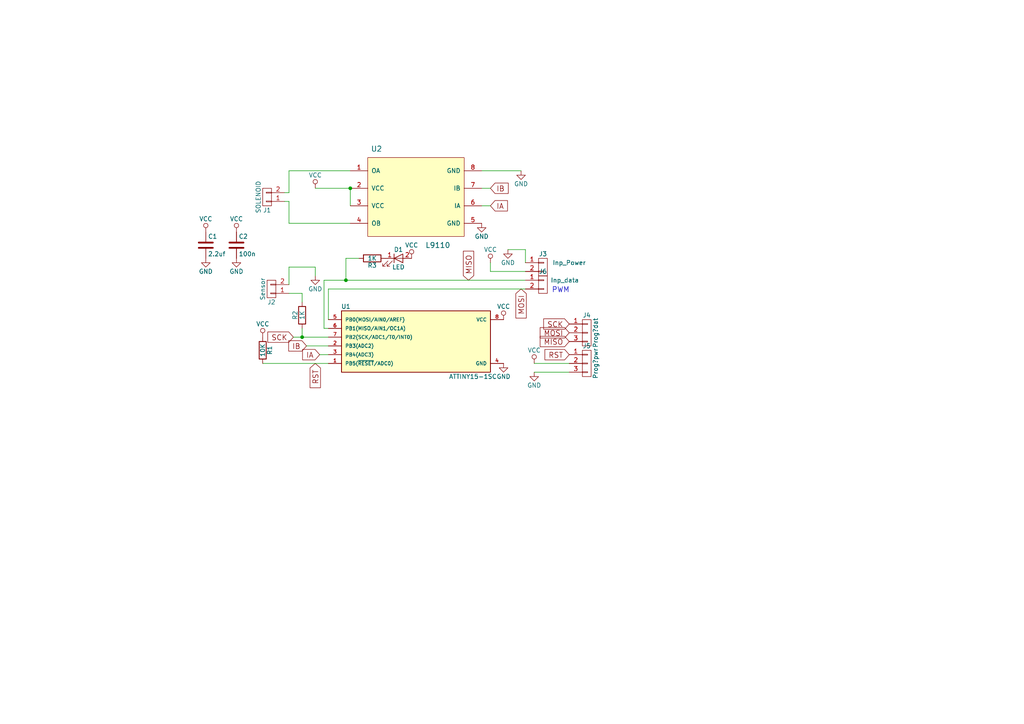
<source format=kicad_sch>
(kicad_sch (version 20230121) (generator eeschema)
  (paper "A4")
  (lib_symbols
    (symbol "BedLevelingSensor-rescue:ATTINY15-1SC" (pin_names (offset 1.016))
      (property "Reference" "U" (at -20.32 10.16 0))
      (property "Value" "ATTINY15-1SC" (at 16.51 -10.16 0))
      (symbol "ATTINY15-1SC_0_1"
        (rectangle (start -21.59 8.89) (end 21.59 -8.89) (stroke (width 0.254)) (fill (type background)))
      )
      (symbol "ATTINY15-1SC_1_1"
        (pin bidirectional line (at -25.4 -6.35 0) (length 3.81) (name "PB5(~{RESET}/ADC0)") (number "1"))
        (pin bidirectional line (at -25.4 -1.27 0) (length 3.81) (name "PB3(ADC2)") (number "2"))
        (pin bidirectional line (at -25.4 -3.81 0) (length 3.81) (name "PB4(ADC3)") (number "3"))
        (pin power_in line (at 25.4 -6.35 180) (length 3.81) (name "GND") (number "4"))
        (pin bidirectional line (at -25.4 6.35 0) (length 3.81) (name "PB0(MOSI/AIN0/AREF)") (number "5"))
        (pin bidirectional line (at -25.4 3.81 0) (length 3.81) (name "PB1(MISO/AIN1/OC1A)") (number "6"))
        (pin bidirectional line (at -25.4 1.27 0) (length 3.81) (name "PB2(SCK/ADC1/T0/INT0)") (number "7"))
        (pin power_in line (at 25.4 6.35 180) (length 3.81) (name "VCC") (number "8"))
      )
    )
    (symbol "BedLevelingSensor-rescue:C" (pin_numbers hide) (pin_names (offset 0.254))
      (property "Reference" "C" (at 0.635 2.54 0))
      (property "Value" "C" (at 0.635 -2.54 0))
      (symbol "C_0_1"
        (polyline (pts (xy -2.032 -0.762) (xy 2.032 -0.762)) (stroke (width 0.508)))
        (polyline (pts (xy -2.032 0.762) (xy 2.032 0.762)) (stroke (width 0.508)))
      )
      (symbol "C_1_1"
        (pin passive line (at 0 3.81 270) (length 2.794) (name "~") (number "1"))
        (pin passive line (at 0 -3.81 90) (length 2.794) (name "~") (number "2"))
      )
    )
    (symbol "BedLevelingSensor-rescue:CONN_01X02" (pin_names (offset 1.016) hide)
      (property "Reference" "J" (at 0 3.81 0))
      (property "Value" "CONN_01X02" (at 2.54 0 90))
      (symbol "CONN_01X02_0_1"
        (rectangle (start -1.27 -1.143) (end 0.254 -1.397))
        (rectangle (start -1.27 1.397) (end 0.254 1.143))
        (rectangle (start -1.27 2.54) (end 1.27 -2.54))
      )
      (symbol "CONN_01X02_1_1"
        (pin passive line (at -5.08 1.27 0) (length 3.81) (name "P1") (number "1"))
        (pin passive line (at -5.08 -1.27 0) (length 3.81) (name "P2") (number "2"))
      )
    )
    (symbol "BedLevelingSensor-rescue:CONN_01X03" (pin_names (offset 1.016) hide)
      (property "Reference" "J" (at 0 5.08 0))
      (property "Value" "CONN_01X03" (at 2.54 0 90))
      (symbol "CONN_01X03_0_1"
        (rectangle (start -1.27 -2.413) (end 0.254 -2.667))
        (rectangle (start -1.27 0.127) (end 0.254 -0.127))
        (rectangle (start -1.27 2.667) (end 0.254 2.413))
        (rectangle (start -1.27 3.81) (end 1.27 -3.81))
      )
      (symbol "CONN_01X03_1_1"
        (pin passive line (at -5.08 2.54 0) (length 3.81) (name "P1") (number "1"))
        (pin passive line (at -5.08 0 0) (length 3.81) (name "P2") (number "2"))
        (pin passive line (at -5.08 -2.54 0) (length 3.81) (name "P3") (number "3"))
      )
    )
    (symbol "BedLevelingSensor-rescue:GND" (power) (pin_names (offset 0))
      (property "Value" "GND" (at 0 -3.81 0))
      (symbol "GND_0_1"
        (polyline (pts (xy 0 0) (xy 0 -1.27) (xy 1.27 -1.27) (xy 0 -2.54) (xy -1.27 -1.27) (xy 0 -1.27)))
      )
      (symbol "GND_1_1"
        (pin power_in line (at 0 0 270) (length 0) hide (name "GND") (number "1"))
      )
    )
    (symbol "BedLevelingSensor-rescue:LED" (pin_names (offset 1.016) hide)
      (property "Reference" "D" (at 0 2.54 0))
      (property "Value" "LED" (at 0 -2.54 0))
      (symbol "LED_0_1"
        (polyline (pts (xy -1.27 -1.27) (xy -1.27 1.27)) (stroke (width 0.2032)))
        (polyline (pts (xy -1.27 0) (xy 1.27 0)))
        (polyline (pts (xy 1.27 -1.27) (xy 1.27 1.27) (xy -1.27 0) (xy 1.27 -1.27)) (stroke (width 0.2032)))
        (polyline (pts (xy -3.048 -0.762) (xy -4.572 -2.286) (xy -3.81 -2.286) (xy -4.572 -2.286) (xy -4.572 -1.524)))
        (polyline (pts (xy -1.778 -0.762) (xy -3.302 -2.286) (xy -2.54 -2.286) (xy -3.302 -2.286) (xy -3.302 -1.524)))
      )
      (symbol "LED_1_1"
        (pin passive line (at -3.81 0 0) (length 2.54) (name "K") (number "1"))
        (pin passive line (at 3.81 0 180) (length 2.54) (name "A") (number "2"))
      )
    )
    (symbol "BedLevelingSensor-rescue:R" (pin_numbers hide) (pin_names (offset 0))
      (property "Reference" "R" (at 2.032 0 90))
      (property "Value" "R" (at 0 0 90))
      (symbol "R_0_1"
        (rectangle (start -1.016 -2.54) (end 1.016 2.54) (stroke (width 0.254)))
      )
      (symbol "R_1_1"
        (pin passive line (at 0 3.81 270) (length 1.27) (name "~") (number "1"))
        (pin passive line (at 0 -3.81 90) (length 1.27) (name "~") (number "2"))
      )
    )
    (symbol "BedLevelingSensor-rescue:VCC" (power) (pin_names (offset 0))
      (property "Value" "VCC" (at 0 3.81 0))
      (symbol "VCC_0_1"
        (polyline (pts (xy 0 0) (xy 0 1.27)))
        (circle (center 0 1.905) (radius 0.635))
      )
      (symbol "VCC_1_1"
        (pin power_in line (at 0 0 90) (length 0) hide (name "VCC") (number "1"))
      )
    )
    (symbol "l9110:L9110" (pin_names (offset 1.016))
      (property "Reference" "U" (at -12.7 13.97 0))
      (property "Value" "L9110" (at 5.08 -13.97 0))
      (symbol "L9110_0_1"
        (rectangle (start -15.24 11.43) (end 12.7 -11.43) (fill (type background)))
      )
      (symbol "L9110_1_1"
        (pin output line (at -20.32 7.62 0) (length 5.08) (name "OA") (number "1"))
        (pin power_in line (at -20.32 2.54 0) (length 5.08) (name "VCC") (number "2"))
        (pin power_in line (at -20.32 -2.54 0) (length 5.08) (name "VCC") (number "3"))
        (pin output line (at -20.32 -7.62 0) (length 5.08) (name "OB") (number "4"))
        (pin power_out line (at 17.78 -7.62 180) (length 5.08) (name "GND") (number "5"))
        (pin input line (at 17.78 -2.54 180) (length 5.08) (name "IA") (number "6"))
        (pin input line (at 17.78 2.54 180) (length 5.08) (name "IB") (number "7"))
        (pin power_in line (at 17.78 7.62 180) (length 5.08) (name "GND") (number "8"))
      )
    )
  )
  (junction (at 100.33 81.28))
  (junction (at 87.63 97.79))
  (junction (at 101.6 54.61))
  (wire (pts (xy 93.98 95.25) (xy 93.98 81.28)))
  (wire (pts (xy 152.4 72.39) (xy 152.4 76.2)))
  (wire (pts (xy 87.63 95.25) (xy 87.63 97.79)))
  (wire (pts (xy 95.25 102.87) (xy 92.71 102.87)))
  (wire (pts (xy 165.1 107.95) (xy 154.94 107.95)))
  (wire (pts (xy 147.32 72.39) (xy 152.4 72.39)))
  (wire (pts (xy 95.25 100.33) (xy 88.9 100.33)))
  (wire (pts (xy 165.1 105.41) (xy 154.94 105.41)))
  (wire (pts (xy 76.2 105.41) (xy 95.25 105.41)))
  (wire (pts (xy 101.6 54.61) (xy 101.6 59.69)))
  (wire (pts (xy 87.63 85.09) (xy 83.82 85.09)))
  (wire (pts (xy 151.13 49.53) (xy 139.7 49.53)))
  (wire (pts (xy 142.24 78.74) (xy 142.24 76.2)))
  (wire (pts (xy 95.25 83.82) (xy 95.25 92.71)))
  (wire (pts (xy 85.09 97.79) (xy 87.63 97.79)))
  (wire (pts (xy 91.44 80.01) (xy 91.44 77.47)))
  (wire (pts (xy 82.55 58.42) (xy 83.82 58.42)))
  (wire (pts (xy 100.33 81.28) (xy 152.4 81.28)))
  (wire (pts (xy 142.24 59.69) (xy 139.7 59.69)))
  (wire (pts (xy 91.44 54.61) (xy 101.6 54.61)))
  (wire (pts (xy 93.98 81.28) (xy 100.33 81.28)))
  (wire (pts (xy 83.82 64.77) (xy 101.6 64.77)))
  (wire (pts (xy 87.63 87.63) (xy 87.63 85.09)))
  (wire (pts (xy 104.14 74.93) (xy 100.33 74.93)))
  (wire (pts (xy 95.25 95.25) (xy 93.98 95.25)))
  (wire (pts (xy 142.24 54.61) (xy 139.7 54.61)))
  (wire (pts (xy 87.63 97.79) (xy 95.25 97.79)))
  (wire (pts (xy 83.82 82.55) (xy 83.82 77.47)))
  (wire (pts (xy 91.44 77.47) (xy 83.82 77.47)))
  (wire (pts (xy 83.82 49.53) (xy 101.6 49.53)))
  (wire (pts (xy 82.55 55.88) (xy 83.82 55.88)))
  (wire (pts (xy 152.4 78.74) (xy 142.24 78.74)))
  (wire (pts (xy 83.82 55.88) (xy 83.82 49.53)))
  (wire (pts (xy 83.82 58.42) (xy 83.82 64.77)))
  (wire (pts (xy 100.33 74.93) (xy 100.33 81.28)))
  (wire (pts (xy 152.4 83.82) (xy 95.25 83.82)))
  (text "PWM" (at 160.02 85.09 0) (effects (font (size 1.524 1.524)) (justify left bottom)))
  (global_label "RST" (shape input) (at 91.44 105.41 270) (effects (font (size 1.524 1.524))) (property "Intersheetrefs" "${INTERSHEET_REFS}" (effects hide)))
  (global_label "IA" (shape input) (at 92.71 102.87 180) (effects (font (size 1.524 1.524))) (property "Intersheetrefs" "${INTERSHEET_REFS}" (effects hide)))
  (global_label "RST" (shape input) (at 165.1 102.87 180) (effects (font (size 1.524 1.524))) (property "Intersheetrefs" "${INTERSHEET_REFS}" (effects hide)))
  (global_label "SCK" (shape input) (at 85.09 97.79 180) (effects (font (size 1.524 1.524))) (property "Intersheetrefs" "${INTERSHEET_REFS}" (effects hide)))
  (global_label "IB" (shape input) (at 142.24 54.61 0) (effects (font (size 1.524 1.524))) (property "Intersheetrefs" "${INTERSHEET_REFS}" (effects hide)))
  (global_label "MOSI" (shape input) (at 151.13 83.82 270) (effects (font (size 1.524 1.524))) (property "Intersheetrefs" "${INTERSHEET_REFS}" (effects hide)))
  (global_label "SCK" (shape input) (at 165.1 93.98 180) (effects (font (size 1.524 1.524))) (property "Intersheetrefs" "${INTERSHEET_REFS}" (effects hide)))
  (global_label "MOSI" (shape input) (at 165.1 96.52 180) (effects (font (size 1.524 1.524))) (property "Intersheetrefs" "${INTERSHEET_REFS}" (effects hide)))
  (global_label "MISO" (shape input) (at 135.89 81.28 90) (effects (font (size 1.524 1.524))) (property "Intersheetrefs" "${INTERSHEET_REFS}" (effects hide)))
  (global_label "IB" (shape input) (at 88.9 100.33 180) (effects (font (size 1.524 1.524))) (property "Intersheetrefs" "${INTERSHEET_REFS}" (effects hide)))
  (global_label "MISO" (shape input) (at 165.1 99.06 180) (effects (font (size 1.524 1.524))) (property "Intersheetrefs" "${INTERSHEET_REFS}" (effects hide)))
  (global_label "IA" (shape input) (at 142.24 59.69 0) (effects (font (size 1.524 1.524))) (property "Intersheetrefs" "${INTERSHEET_REFS}" (effects hide)))
  (symbol (lib_id "BedLevelingSensor-rescue:ATTINY15-1SC") (at 120.65 99.06 0) (unit 1)
    (property "Reference" "U1" (at 100.33 88.9 0))
    (property "Value" "ATTINY15-1SC" (at 137.16 109.22 0))
    (property "Footprint" "SMD_Packages:SOIC-8-N" (effects hide))
  )
  (symbol (lib_id "BedLevelingSensor-rescue:GND") (at 146.05 105.41 0) (unit 1)
    (property "Reference" "#PWR12" (effects hide))
    (property "Value" "GND" (at 146.05 109.22 0))
  )
  (symbol (lib_id "BedLevelingSensor-rescue:VCC") (at 146.05 92.71 0) (unit 1)
    (property "Reference" "#PWR11" (effects hide))
    (property "Value" "VCC" (at 146.05 88.9 0))
  )
  (symbol (lib_id "BedLevelingSensor-rescue:R") (at 76.2 101.6 0) (unit 1)
    (property "Reference" "R1" (at 78.232 101.6 90))
    (property "Value" "10K" (at 76.2 101.6 90))
    (property "Footprint" "Resistors_SMD:R_0603_HandSoldering" (effects hide))
  )
  (symbol (lib_id "BedLevelingSensor-rescue:VCC") (at 76.2 97.79 0) (unit 1)
    (property "Reference" "#PWR5" (effects hide))
    (property "Value" "VCC" (at 76.2 93.98 0))
  )
  (symbol (lib_id "l9110:L9110") (at 121.92 57.15 0) (unit 1)
    (property "Reference" "U2" (at 109.22 43.18 0) (effects (font (size 1.524 1.524))))
    (property "Value" "L9110" (at 127 71.12 0) (effects (font (size 1.524 1.524))))
    (property "Footprint" "Housings_SOIC:SOIC-8_3.9x4.9mm_Pitch1.27mm" (effects hide))
  )
  (symbol (lib_id "BedLevelingSensor-rescue:GND") (at 139.7 64.77 0) (unit 1)
    (property "Reference" "#PWR9" (effects hide))
    (property "Value" "GND" (at 139.7 68.58 0))
  )
  (symbol (lib_id "BedLevelingSensor-rescue:GND") (at 151.13 49.53 0) (unit 1)
    (property "Reference" "#PWR14" (effects hide))
    (property "Value" "GND" (at 151.13 53.34 0))
  )
  (symbol (lib_id "BedLevelingSensor-rescue:VCC") (at 91.44 54.61 0) (unit 1)
    (property "Reference" "#PWR6" (effects hide))
    (property "Value" "VCC" (at 91.44 50.8 0))
  )
  (symbol (lib_id "BedLevelingSensor-rescue:CONN_01X02") (at 77.47 57.15 180) (unit 1)
    (property "Reference" "J1" (at 77.47 60.96 0))
    (property "Value" "SOLENOID" (at 74.93 57.15 90))
    (property "Footprint" "Capacitors_SMD:C_1210_HandSoldering" (effects hide))
  )
  (symbol (lib_id "BedLevelingSensor-rescue:CONN_01X02") (at 78.74 83.82 180) (unit 1)
    (property "Reference" "J2" (at 78.74 87.63 0))
    (property "Value" "Sensor" (at 76.2 83.82 90))
    (property "Footprint" "Capacitors_SMD:C_1210_HandSoldering" (effects hide))
  )
  (symbol (lib_id "BedLevelingSensor-rescue:R") (at 87.63 91.44 180) (unit 1)
    (property "Reference" "R2" (at 85.598 91.44 90))
    (property "Value" "1K" (at 87.63 91.44 90))
    (property "Footprint" "Resistors_SMD:R_0603_HandSoldering" (effects hide))
  )
  (symbol (lib_id "BedLevelingSensor-rescue:GND") (at 91.44 80.01 0) (unit 1)
    (property "Reference" "#PWR7" (effects hide))
    (property "Value" "GND" (at 91.44 83.82 0))
  )
  (symbol (lib_id "BedLevelingSensor-rescue:GND") (at 147.32 72.39 0) (unit 1)
    (property "Reference" "#PWR13" (effects hide))
    (property "Value" "GND" (at 147.32 76.2 0))
  )
  (symbol (lib_id "BedLevelingSensor-rescue:VCC") (at 142.24 76.2 0) (unit 1)
    (property "Reference" "#PWR10" (effects hide))
    (property "Value" "VCC" (at 142.24 72.39 0))
  )
  (symbol (lib_id "BedLevelingSensor-rescue:LED") (at 115.57 74.93 0) (unit 1)
    (property "Reference" "D1" (at 115.57 72.39 0))
    (property "Value" "LED" (at 115.57 77.47 0))
    (property "Footprint" "LEDs:LED_0805" (effects hide))
  )
  (symbol (lib_id "BedLevelingSensor-rescue:R") (at 107.95 74.93 270) (unit 1)
    (property "Reference" "R3" (at 107.95 76.962 90))
    (property "Value" "1K" (at 107.95 74.93 90))
    (property "Footprint" "Resistors_SMD:R_0603_HandSoldering" (effects hide))
  )
  (symbol (lib_id "BedLevelingSensor-rescue:CONN_01X03") (at 170.18 96.52 0) (unit 1)
    (property "Reference" "J4" (at 170.18 91.44 0))
    (property "Value" "Prog?dat" (at 172.72 96.52 90))
    (property "Footprint" "Connectors:GS3" (effects hide))
  )
  (symbol (lib_id "BedLevelingSensor-rescue:CONN_01X03") (at 170.18 105.41 0) (unit 1)
    (property "Reference" "J5" (at 170.18 100.33 0))
    (property "Value" "Prog?pwr" (at 172.72 105.41 90))
    (property "Footprint" "Connectors:GS3" (effects hide))
  )
  (symbol (lib_id "BedLevelingSensor-rescue:VCC") (at 154.94 105.41 0) (unit 1)
    (property "Reference" "#PWR15" (effects hide))
    (property "Value" "VCC" (at 154.94 101.6 0))
  )
  (symbol (lib_id "BedLevelingSensor-rescue:GND") (at 154.94 107.95 0) (unit 1)
    (property "Reference" "#PWR16" (effects hide))
    (property "Value" "GND" (at 154.94 111.76 0))
  )
  (symbol (lib_id "BedLevelingSensor-rescue:C") (at 68.58 71.12 0) (unit 1)
    (property "Reference" "C2" (at 69.215 68.58 0) (effects (justify left)))
    (property "Value" "100n" (at 69.215 73.66 0) (effects (justify left)))
    (property "Footprint" "Capacitors_SMD:C_0603_HandSoldering" (effects hide))
  )
  (symbol (lib_id "BedLevelingSensor-rescue:C") (at 59.69 71.12 0) (unit 1)
    (property "Reference" "C1" (at 60.325 68.58 0) (effects (justify left)))
    (property "Value" "2.2uf" (at 60.325 73.66 0) (effects (justify left)))
    (property "Footprint" "Capacitors_SMD:C_0603_HandSoldering" (effects hide))
  )
  (symbol (lib_id "BedLevelingSensor-rescue:GND") (at 68.58 74.93 0) (unit 1)
    (property "Reference" "#PWR4" (effects hide))
    (property "Value" "GND" (at 68.58 78.74 0))
  )
  (symbol (lib_id "BedLevelingSensor-rescue:GND") (at 59.69 74.93 0) (unit 1)
    (property "Reference" "#PWR2" (effects hide))
    (property "Value" "GND" (at 59.69 78.74 0))
  )
  (symbol (lib_id "BedLevelingSensor-rescue:VCC") (at 68.58 67.31 0) (unit 1)
    (property "Reference" "#PWR3" (effects hide))
    (property "Value" "VCC" (at 68.58 63.5 0))
  )
  (symbol (lib_id "BedLevelingSensor-rescue:VCC") (at 59.69 67.31 0) (unit 1)
    (property "Reference" "#PWR1" (effects hide))
    (property "Value" "VCC" (at 59.69 63.5 0))
  )
  (symbol (lib_id "BedLevelingSensor-rescue:VCC") (at 119.38 74.93 0) (unit 1)
    (property "Reference" "#PWR8" (effects hide))
    (property "Value" "VCC" (at 119.38 71.12 0))
  )
  (symbol (lib_id "BedLevelingSensor-rescue:CONN_01X02") (at 157.48 77.47 0) (unit 1)
    (property "Reference" "J3" (at 157.48 73.66 0))
    (property "Value" "Inp_Power" (at 165.1 76.2 0))
    (property "Footprint" "Connectors:GS2" (effects hide))
  )
  (symbol (lib_id "BedLevelingSensor-rescue:CONN_01X02") (at 157.48 82.55 0) (unit 1)
    (property "Reference" "J6" (at 157.48 78.74 0))
    (property "Value" "Inp_data" (at 163.83 81.28 0))
    (property "Footprint" "Connectors:GS2" (effects hide))
  )
)
</source>
